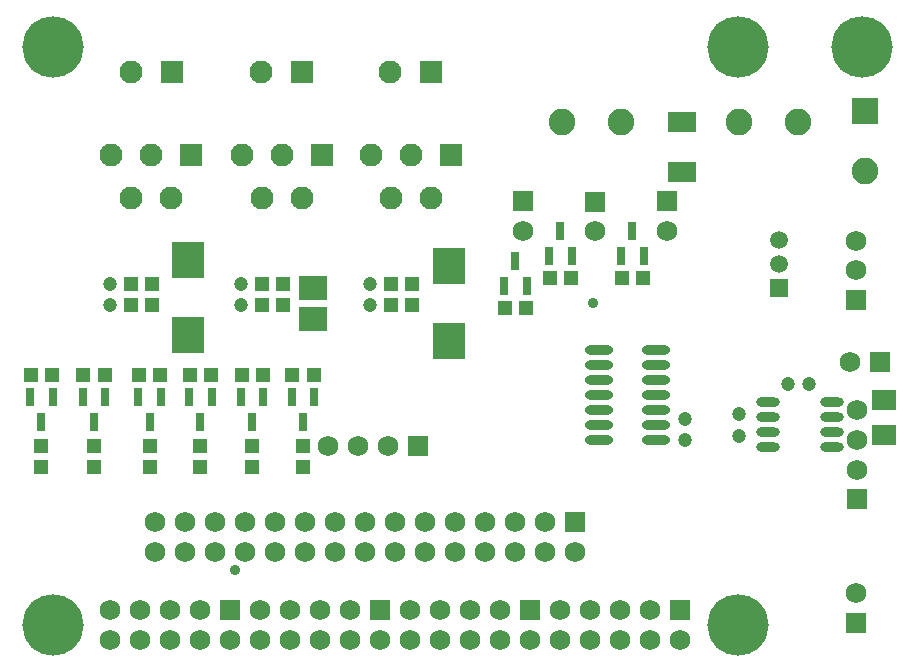
<source format=gbs>
%FSTAX23Y23*%
%MOIN*%
%SFA1B1*%

%IPPOS*%
%ADD18C,0.059060*%
%ADD32R,0.068900X0.068900*%
%ADD33C,0.068900*%
%ADD54R,0.047240X0.047240*%
%ADD55O,0.094490X0.031500*%
%ADD56C,0.047240*%
%ADD64R,0.059060X0.059060*%
%ADD65R,0.076770X0.076770*%
%ADD66C,0.076770*%
%ADD67R,0.068900X0.068900*%
%ADD68R,0.068900X0.067870*%
%ADD69C,0.204720*%
%ADD70R,0.088580X0.088580*%
%ADD71C,0.088580*%
%ADD72C,0.035430*%
%ADD73R,0.108270X0.124020*%
%ADD74R,0.047240X0.047240*%
%ADD75R,0.097640X0.082680*%
%ADD76R,0.031500X0.062990*%
%ADD77R,0.093700X0.071650*%
%ADD78O,0.077950X0.031500*%
%ADD79R,0.078740X0.066930*%
%LNrpiadapterpcb-1*%
%LPD*%
G54D18*
X0256Y01391D03*
Y0147D03*
G54D32*
X01355Y00785D03*
X0188Y0053D03*
X00729Y00237D03*
X01229D03*
X02229D03*
X02895Y01065D03*
G54D33*
X01055Y00785D03*
X01155D03*
X01255D03*
X02815Y01468D03*
Y0137D03*
X0098Y0053D03*
Y0043D03*
X0108Y0053D03*
Y0043D03*
X0118Y0053D03*
Y0043D03*
X0188D03*
X0178D03*
X0168D03*
X0148D03*
X0158D03*
Y0053D03*
X0148D03*
X0168D03*
X0178D03*
X0138D03*
Y0043D03*
X0128D03*
Y0053D03*
X0088D03*
Y0043D03*
X0078D03*
Y0053D03*
X0068Y0043D03*
Y0053D03*
X0058Y0043D03*
Y0053D03*
X0048Y0043D03*
Y0053D03*
X00329Y00137D03*
Y00237D03*
X00429Y00137D03*
Y00237D03*
X00529Y00137D03*
Y00237D03*
X00629Y00137D03*
Y00237D03*
X00729Y00137D03*
X00829Y00237D03*
Y00137D03*
X00929Y00237D03*
Y00137D03*
X01029Y00237D03*
Y00137D03*
X01129Y00237D03*
Y00137D03*
X01229D03*
X01329Y00237D03*
Y00137D03*
X01429Y00237D03*
Y00137D03*
X01529D03*
Y00237D03*
X01629Y00137D03*
Y00237D03*
X01729Y00137D03*
X01829D03*
Y00237D03*
X01929Y00137D03*
Y00237D03*
X02029Y00137D03*
X02129D03*
X02029Y00237D03*
X02129D03*
X02229Y00137D03*
X02815Y00295D03*
X0282Y00903D03*
Y00805D03*
Y00706D03*
X01945Y015D03*
X01705Y01501D03*
X02185D03*
X02795Y01065D03*
G54D54*
X00496Y01022D03*
X00425D03*
X00311D03*
X0024D03*
X00135D03*
X00065D03*
X00665D03*
X00594D03*
X00838D03*
X00767D03*
X01007D03*
X00936D03*
X02105Y01345D03*
X02034D03*
X01865D03*
X01794D03*
X01715Y01245D03*
X01644D03*
G54D55*
X0196Y00805D03*
Y00855D03*
Y00905D03*
Y00955D03*
Y01005D03*
Y01055D03*
Y01105D03*
X02149Y00805D03*
Y00855D03*
Y00905D03*
Y00955D03*
Y01005D03*
Y01055D03*
Y01105D03*
G54D56*
X01195Y01254D03*
Y01325D03*
X00765Y01254D03*
Y01325D03*
X0033Y01254D03*
Y01325D03*
X02589Y0099D03*
X0266D03*
X02425Y00819D03*
Y0089D03*
X02245Y00875D03*
Y00804D03*
G54D64*
X0256Y01312D03*
G54D65*
X00535Y0203D03*
X006Y01755D03*
X01035D03*
X01465D03*
X0097Y0203D03*
X014D03*
G54D66*
X00398Y0203D03*
X00333Y01755D03*
X004Y0161D03*
X00466Y01755D03*
X00533Y0161D03*
X00768Y01755D03*
X00835Y0161D03*
X00901Y01755D03*
X00968Y0161D03*
X01198Y01755D03*
X01265Y0161D03*
X01331Y01755D03*
X01398Y0161D03*
X00833Y0203D03*
X01263D03*
G54D67*
X02815Y01271D03*
Y00196D03*
X0282Y00608D03*
X01945Y01598D03*
X01705Y016D03*
X02185D03*
G54D68*
X01729Y00237D03*
G54D69*
X00137Y00187D03*
Y02116D03*
X02834D03*
X02421Y00187D03*
Y02116D03*
G54D70*
X02845Y019D03*
G54D71*
X02845Y017D03*
X02621Y01865D03*
X02425D03*
X01834D03*
X02031D03*
G54D72*
X0194Y0126D03*
X00745Y0037D03*
G54D73*
X0146Y01136D03*
Y01383D03*
X0059Y01156D03*
Y01403D03*
G54D74*
X01265Y01325D03*
Y01254D03*
X01335D03*
Y01325D03*
X00835D03*
Y01254D03*
X00905D03*
Y01325D03*
X004D03*
Y01254D03*
X0047D03*
Y01325D03*
X00803Y00785D03*
Y00714D03*
X00972Y00785D03*
Y00714D03*
X00629Y00785D03*
Y00714D03*
X001Y00785D03*
Y00714D03*
X00461Y00785D03*
Y00714D03*
X00276Y00785D03*
Y00714D03*
G54D75*
X01006Y01207D03*
Y01312D03*
G54D76*
X00276Y00864D03*
X00313Y00947D03*
X00238D03*
X0207Y015D03*
X02032Y01417D03*
X02107D03*
X0168Y014D03*
X01642Y01317D03*
X01717D03*
X0183Y015D03*
X01792Y01417D03*
X01867D03*
X00461Y00864D03*
X00498Y00947D03*
X00423D03*
X001Y00864D03*
X00137Y00947D03*
X00063D03*
X00629Y00864D03*
X00667Y00947D03*
X00592D03*
X00803Y00864D03*
X0084Y00947D03*
X00765D03*
X00972Y00864D03*
X01009Y00947D03*
X00934D03*
G54D77*
X02234Y01698D03*
Y01865D03*
G54D78*
X02734Y0093D03*
Y0088D03*
Y0083D03*
Y0078D03*
X02521Y0093D03*
Y0088D03*
Y0083D03*
Y0078D03*
G54D79*
X0291Y00822D03*
Y00937D03*
M02*
</source>
